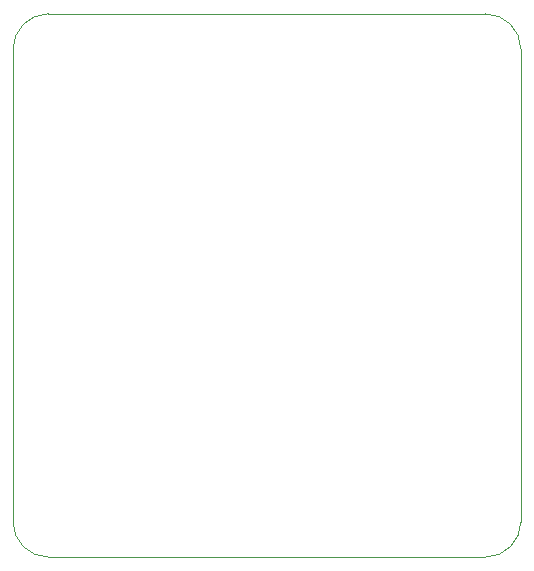
<source format=gbr>
G04 #@! TF.GenerationSoftware,KiCad,Pcbnew,(5.1.2)-1*
G04 #@! TF.CreationDate,2020-12-31T00:30:43+09:00*
G04 #@! TF.ProjectId,M5Atom_CAN_RJ45,4d354174-6f6d-45f4-9341-4e5f524a3435,rev?*
G04 #@! TF.SameCoordinates,Original*
G04 #@! TF.FileFunction,Profile,NP*
%FSLAX46Y46*%
G04 Gerber Fmt 4.6, Leading zero omitted, Abs format (unit mm)*
G04 Created by KiCad (PCBNEW (5.1.2)-1) date 2020-12-31 00:30:43*
%MOMM*%
%LPD*%
G04 APERTURE LIST*
%ADD10C,0.050000*%
G04 APERTURE END LIST*
D10*
X177000000Y-121200000D02*
G75*
G02X174000000Y-124200000I-3000000J0D01*
G01*
X137000001Y-124199999D02*
G75*
G02X134000002Y-121200000I0J2999999D01*
G01*
X174000000Y-78200001D02*
X137000001Y-78200002D01*
X177000000Y-121200000D02*
X177000000Y-81200001D01*
X137000001Y-124200000D02*
X174000000Y-124200000D01*
X174000000Y-78200001D02*
G75*
G02X177000000Y-81200001I0J-3000000D01*
G01*
X134000002Y-81200001D02*
G75*
G02X137000001Y-78200002I2999999J0D01*
G01*
X134000002Y-81200001D02*
X134000002Y-121200000D01*
M02*

</source>
